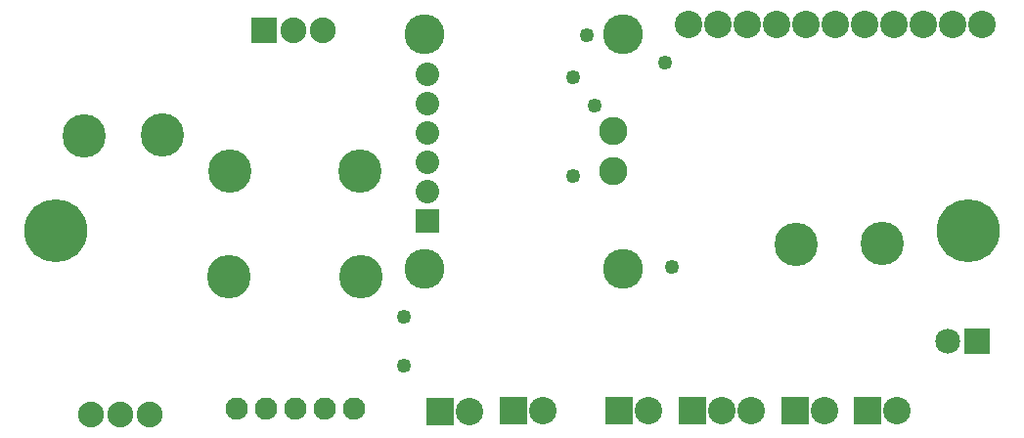
<source format=gbs>
G04 MADE WITH FRITZING*
G04 WWW.FRITZING.ORG*
G04 DOUBLE SIDED*
G04 HOLES PLATED*
G04 CONTOUR ON CENTER OF CONTOUR VECTOR*
%ASAXBY*%
%FSLAX23Y23*%
%MOIN*%
%OFA0B0*%
%SFA1.0B1.0*%
%ADD10C,0.049370*%
%ADD11C,0.135984*%
%ADD12C,0.096000*%
%ADD13C,0.080000*%
%ADD14C,0.108425*%
%ADD15C,0.093307*%
%ADD16C,0.148425*%
%ADD17C,0.076000*%
%ADD18C,0.088000*%
%ADD19C,0.085000*%
%ADD20C,0.147795*%
%ADD21C,0.214725*%
%ADD22R,0.080000X0.080000*%
%ADD23R,0.093307X0.093307*%
%ADD24R,0.088000X0.088000*%
%ADD25R,0.085000X0.085000*%
%LNMASK0*%
G90*
G70*
G54D10*
X1404Y315D03*
X2052Y1203D03*
X2316Y651D03*
X2292Y1347D03*
X1404Y483D03*
X2028Y1443D03*
X1980Y963D03*
X1980Y1299D03*
G54D11*
X2149Y1445D03*
G54D12*
X2118Y978D03*
X2118Y1116D03*
G54D13*
X1484Y810D03*
G54D11*
X1474Y645D03*
G54D13*
X1484Y910D03*
X1484Y1010D03*
X1484Y1110D03*
X1484Y1210D03*
X1484Y1310D03*
G54D11*
X1474Y1445D03*
X2149Y645D03*
X2149Y1445D03*
G54D12*
X2118Y978D03*
X2118Y1116D03*
G54D13*
X1484Y810D03*
G54D11*
X1474Y645D03*
G54D13*
X1484Y910D03*
X1484Y1010D03*
X1484Y1110D03*
X1484Y1210D03*
X1484Y1310D03*
G54D11*
X1474Y1445D03*
X2149Y645D03*
G54D14*
X809Y616D03*
X1258Y618D03*
X1473Y644D03*
X2150Y645D03*
X1473Y1445D03*
X2149Y1445D03*
G54D15*
X2373Y1480D03*
X2473Y1480D03*
X2573Y1480D03*
X2673Y1480D03*
X2773Y1480D03*
X2873Y1480D03*
X2973Y1480D03*
X3073Y1480D03*
X3173Y1480D03*
X3273Y1480D03*
X3373Y1480D03*
X2373Y1480D03*
X2473Y1480D03*
X2573Y1480D03*
X2673Y1480D03*
X2773Y1480D03*
X2873Y1480D03*
X2973Y1480D03*
X3073Y1480D03*
X3173Y1480D03*
X3273Y1480D03*
X3373Y1480D03*
X2135Y162D03*
X2235Y162D03*
X2135Y162D03*
X2235Y162D03*
X2385Y163D03*
X2485Y163D03*
X2585Y163D03*
X2385Y163D03*
X2485Y163D03*
X2585Y163D03*
X2737Y161D03*
X2837Y161D03*
X2737Y161D03*
X2837Y161D03*
X1528Y160D03*
X1628Y160D03*
X1528Y160D03*
X1628Y160D03*
X2982Y163D03*
X3082Y163D03*
X2982Y163D03*
X3082Y163D03*
X1778Y161D03*
X1878Y161D03*
X1778Y161D03*
X1878Y161D03*
G54D16*
X808Y618D03*
G54D17*
X833Y168D03*
X933Y168D03*
X1033Y168D03*
X1133Y168D03*
G54D16*
X1258Y618D03*
G54D17*
X1233Y168D03*
G54D18*
X338Y148D03*
X438Y148D03*
X538Y148D03*
X1125Y1458D03*
X1025Y1458D03*
X925Y1458D03*
G54D19*
X3358Y397D03*
X3258Y397D03*
X3358Y397D03*
X3258Y397D03*
G54D20*
X1254Y978D03*
X580Y1101D03*
G54D21*
X217Y775D03*
X3327Y775D03*
G54D20*
X811Y977D03*
X3034Y733D03*
X314Y1099D03*
X2739Y730D03*
G54D22*
X1484Y810D03*
X1484Y810D03*
G54D23*
X2135Y162D03*
X2135Y162D03*
X2385Y163D03*
X2385Y163D03*
X2737Y161D03*
X2737Y161D03*
X1528Y160D03*
X1528Y160D03*
X2982Y163D03*
X2982Y163D03*
X1778Y161D03*
X1778Y161D03*
G54D24*
X925Y1458D03*
G54D25*
X3358Y397D03*
X3358Y397D03*
G04 End of Mask0*
M02*
</source>
